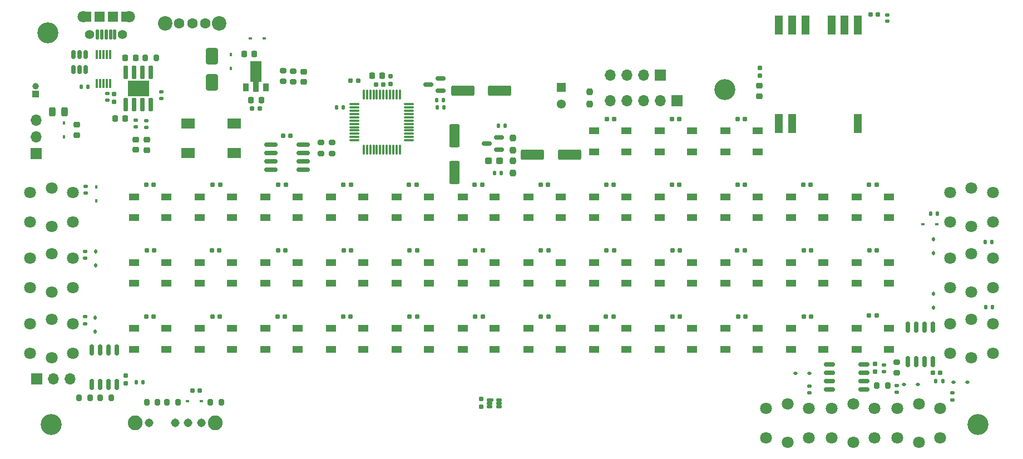
<source format=gts>
G04 #@! TF.GenerationSoftware,KiCad,Pcbnew,7.0.1-3b83917a11~172~ubuntu22.04.1*
G04 #@! TF.CreationDate,2023-04-04T19:30:22-06:00*
G04 #@! TF.ProjectId,controller,636f6e74-726f-46c6-9c65-722e6b696361,rev?*
G04 #@! TF.SameCoordinates,Original*
G04 #@! TF.FileFunction,Soldermask,Top*
G04 #@! TF.FilePolarity,Negative*
%FSLAX46Y46*%
G04 Gerber Fmt 4.6, Leading zero omitted, Abs format (unit mm)*
G04 Created by KiCad (PCBNEW 7.0.1-3b83917a11~172~ubuntu22.04.1) date 2023-04-04 19:30:22*
%MOMM*%
%LPD*%
G01*
G04 APERTURE LIST*
G04 Aperture macros list*
%AMRoundRect*
0 Rectangle with rounded corners*
0 $1 Rounding radius*
0 $2 $3 $4 $5 $6 $7 $8 $9 X,Y pos of 4 corners*
0 Add a 4 corners polygon primitive as box body*
4,1,4,$2,$3,$4,$5,$6,$7,$8,$9,$2,$3,0*
0 Add four circle primitives for the rounded corners*
1,1,$1+$1,$2,$3*
1,1,$1+$1,$4,$5*
1,1,$1+$1,$6,$7*
1,1,$1+$1,$8,$9*
0 Add four rect primitives between the rounded corners*
20,1,$1+$1,$2,$3,$4,$5,0*
20,1,$1+$1,$4,$5,$6,$7,0*
20,1,$1+$1,$6,$7,$8,$9,0*
20,1,$1+$1,$8,$9,$2,$3,0*%
%AMFreePoly0*
4,1,9,3.862500,-0.866500,0.737500,-0.866500,0.737500,-0.450000,-0.737500,-0.450000,-0.737500,0.450000,0.737500,0.450000,0.737500,0.866500,3.862500,0.866500,3.862500,-0.866500,3.862500,-0.866500,$1*%
G04 Aperture macros list end*
%ADD10RoundRect,0.135000X-0.135000X-0.185000X0.135000X-0.185000X0.135000X0.185000X-0.135000X0.185000X0*%
%ADD11RoundRect,0.135000X-0.185000X0.135000X-0.185000X-0.135000X0.185000X-0.135000X0.185000X0.135000X0*%
%ADD12RoundRect,0.135000X0.135000X0.185000X-0.135000X0.185000X-0.135000X-0.185000X0.135000X-0.185000X0*%
%ADD13RoundRect,0.200000X0.275000X-0.200000X0.275000X0.200000X-0.275000X0.200000X-0.275000X-0.200000X0*%
%ADD14RoundRect,0.042000X-0.258000X0.943000X-0.258000X-0.943000X0.258000X-0.943000X0.258000X0.943000X0*%
%ADD15R,3.302000X2.413000*%
%ADD16RoundRect,0.155000X-0.155000X0.212500X-0.155000X-0.212500X0.155000X-0.212500X0.155000X0.212500X0*%
%ADD17RoundRect,0.155000X0.155000X-0.212500X0.155000X0.212500X-0.155000X0.212500X-0.155000X-0.212500X0*%
%ADD18RoundRect,0.155000X-0.212500X-0.155000X0.212500X-0.155000X0.212500X0.155000X-0.212500X0.155000X0*%
%ADD19RoundRect,0.225000X0.225000X0.250000X-0.225000X0.250000X-0.225000X-0.250000X0.225000X-0.250000X0*%
%ADD20RoundRect,0.225000X-0.225000X-0.250000X0.225000X-0.250000X0.225000X0.250000X-0.225000X0.250000X0*%
%ADD21RoundRect,0.225000X0.250000X-0.225000X0.250000X0.225000X-0.250000X0.225000X-0.250000X-0.225000X0*%
%ADD22RoundRect,0.225000X-0.250000X0.225000X-0.250000X-0.225000X0.250000X-0.225000X0.250000X0.225000X0*%
%ADD23R,0.450000X0.600000*%
%ADD24R,0.600000X0.450000*%
%ADD25R,1.500000X1.000000*%
%ADD26RoundRect,0.218750X-0.256250X0.218750X-0.256250X-0.218750X0.256250X-0.218750X0.256250X0.218750X0*%
%ADD27RoundRect,0.150000X-0.150000X0.512500X-0.150000X-0.512500X0.150000X-0.512500X0.150000X0.512500X0*%
%ADD28C,3.200000*%
%ADD29R,1.700000X1.700000*%
%ADD30O,1.700000X1.700000*%
%ADD31RoundRect,0.147500X-0.172500X0.147500X-0.172500X-0.147500X0.172500X-0.147500X0.172500X0.147500X0*%
%ADD32RoundRect,0.200000X-0.200000X-0.275000X0.200000X-0.275000X0.200000X0.275000X-0.200000X0.275000X0*%
%ADD33RoundRect,0.200000X0.200000X0.275000X-0.200000X0.275000X-0.200000X-0.275000X0.200000X-0.275000X0*%
%ADD34RoundRect,0.135000X0.185000X-0.135000X0.185000X0.135000X-0.185000X0.135000X-0.185000X-0.135000X0*%
%ADD35C,1.308000*%
%ADD36C,2.250000*%
%ADD37C,1.800000*%
%ADD38R,2.000000X1.500000*%
%ADD39RoundRect,0.243750X0.243750X0.456250X-0.243750X0.456250X-0.243750X-0.456250X0.243750X-0.456250X0*%
%ADD40RoundRect,0.150000X-0.150000X0.675000X-0.150000X-0.675000X0.150000X-0.675000X0.150000X0.675000X0*%
%ADD41RoundRect,0.150000X-0.675000X-0.150000X0.675000X-0.150000X0.675000X0.150000X-0.675000X0.150000X0*%
%ADD42R,0.900000X1.300000*%
%ADD43FreePoly0,90.000000*%
%ADD44R,1.198880X2.999740*%
%ADD45RoundRect,0.250000X1.500000X0.550000X-1.500000X0.550000X-1.500000X-0.550000X1.500000X-0.550000X0*%
%ADD46RoundRect,0.250000X-0.550000X1.500000X-0.550000X-1.500000X0.550000X-1.500000X0.550000X1.500000X0*%
%ADD47RoundRect,0.155000X0.212500X0.155000X-0.212500X0.155000X-0.212500X-0.155000X0.212500X-0.155000X0*%
%ADD48RoundRect,0.237500X0.300000X0.237500X-0.300000X0.237500X-0.300000X-0.237500X0.300000X-0.237500X0*%
%ADD49RoundRect,0.150000X-0.825000X-0.150000X0.825000X-0.150000X0.825000X0.150000X-0.825000X0.150000X0*%
%ADD50RoundRect,0.050000X-0.200000X-0.675000X0.200000X-0.675000X0.200000X0.675000X-0.200000X0.675000X0*%
%ADD51C,1.408000*%
%ADD52R,1.500000X1.550000*%
%ADD53RoundRect,0.075000X-0.075000X0.662500X-0.075000X-0.662500X0.075000X-0.662500X0.075000X0.662500X0*%
%ADD54RoundRect,0.075000X-0.662500X0.075000X-0.662500X-0.075000X0.662500X-0.075000X0.662500X0.075000X0*%
%ADD55RoundRect,0.237500X-0.237500X0.250000X-0.237500X-0.250000X0.237500X-0.250000X0.237500X0.250000X0*%
%ADD56RoundRect,0.112500X0.112500X-0.187500X0.112500X0.187500X-0.112500X0.187500X-0.112500X-0.187500X0*%
%ADD57RoundRect,0.200000X-0.275000X0.200000X-0.275000X-0.200000X0.275000X-0.200000X0.275000X0.200000X0*%
%ADD58RoundRect,0.101600X-0.374650X0.124460X-0.374650X-0.124460X0.374650X-0.124460X0.374650X0.124460X0*%
%ADD59RoundRect,0.101600X-0.299720X0.124460X-0.299720X-0.124460X0.299720X-0.124460X0.299720X0.124460X0*%
%ADD60RoundRect,0.101600X0.299720X-0.124460X0.299720X0.124460X-0.299720X0.124460X-0.299720X-0.124460X0*%
%ADD61R,0.300000X1.400000*%
%ADD62RoundRect,0.150000X0.587500X0.150000X-0.587500X0.150000X-0.587500X-0.150000X0.587500X-0.150000X0*%
%ADD63RoundRect,0.112500X-0.112500X0.187500X-0.112500X-0.187500X0.112500X-0.187500X0.112500X0.187500X0*%
%ADD64RoundRect,0.250000X-0.650000X1.000000X-0.650000X-1.000000X0.650000X-1.000000X0.650000X1.000000X0*%
%ADD65RoundRect,0.112500X-0.187500X-0.112500X0.187500X-0.112500X0.187500X0.112500X-0.187500X0.112500X0*%
%ADD66RoundRect,0.112500X0.187500X0.112500X-0.187500X0.112500X-0.187500X-0.112500X0.187500X-0.112500X0*%
%ADD67R,1.000000X1.000000*%
%ADD68C,1.000000*%
%ADD69C,1.600000*%
%ADD70C,2.200000*%
%ADD71R,1.378000X1.378000*%
%ADD72C,1.378000*%
G04 APERTURE END LIST*
D10*
G04 #@! TO.C,R21*
X93580000Y-103700000D03*
X94600000Y-103700000D03*
G04 #@! TD*
D11*
G04 #@! TO.C,R13*
X161700000Y-143990000D03*
X161700000Y-145010000D03*
G04 #@! TD*
D12*
G04 #@! TO.C,R10*
X170610000Y-146500000D03*
X169590000Y-146500000D03*
G04 #@! TD*
G04 #@! TO.C,R6*
X48910000Y-146600000D03*
X47890000Y-146600000D03*
G04 #@! TD*
G04 #@! TO.C,R46*
X104060000Y-107600000D03*
X103040000Y-107600000D03*
G04 #@! TD*
G04 #@! TO.C,R23*
X103420000Y-114800000D03*
X102400000Y-114800000D03*
G04 #@! TD*
D13*
G04 #@! TO.C,R22*
X71800000Y-100950000D03*
X71800000Y-99300000D03*
G04 #@! TD*
G04 #@! TO.C,R14*
X70200000Y-100850000D03*
X70200000Y-99200000D03*
G04 #@! TD*
D14*
G04 #@! TO.C,U7*
X50110000Y-99450000D03*
X48840000Y-99450000D03*
X47570000Y-99450000D03*
X46300000Y-99450000D03*
X46300000Y-104400000D03*
X47570000Y-104400000D03*
X48840000Y-104400000D03*
X50110000Y-104400000D03*
D15*
X48205000Y-101925000D03*
G04 #@! TD*
D16*
G04 #@! TO.C,C1*
X44500000Y-102800000D03*
X44500000Y-103935000D03*
G04 #@! TD*
D17*
G04 #@! TO.C,C3*
X46300000Y-146767500D03*
X46300000Y-145632500D03*
G04 #@! TD*
D18*
G04 #@! TO.C,C5*
X169100000Y-145200000D03*
X170235000Y-145200000D03*
G04 #@! TD*
D16*
G04 #@! TO.C,C6*
X160300000Y-143865000D03*
X160300000Y-145000000D03*
G04 #@! TD*
D18*
G04 #@! TO.C,C7*
X70225000Y-109095000D03*
X71360000Y-109095000D03*
G04 #@! TD*
D19*
G04 #@! TO.C,C9*
X85300000Y-100000000D03*
X83750000Y-100000000D03*
G04 #@! TD*
D20*
G04 #@! TO.C,C11*
X64300000Y-96700000D03*
X65850000Y-96700000D03*
G04 #@! TD*
D21*
G04 #@! TO.C,C12*
X38800000Y-109000000D03*
X38800000Y-107450000D03*
G04 #@! TD*
D22*
G04 #@! TO.C,C13*
X73400000Y-99350000D03*
X73400000Y-100900000D03*
G04 #@! TD*
D20*
G04 #@! TO.C,C14*
X65350000Y-103700000D03*
X66900000Y-103700000D03*
G04 #@! TD*
D17*
G04 #@! TO.C,C15*
X142800000Y-99967500D03*
X142800000Y-98832500D03*
G04 #@! TD*
D21*
G04 #@! TO.C,C16*
X142700000Y-103075000D03*
X142700000Y-101525000D03*
G04 #@! TD*
D19*
G04 #@! TO.C,C17*
X47775000Y-97300000D03*
X46225000Y-97300000D03*
G04 #@! TD*
D20*
G04 #@! TO.C,C18*
X44650000Y-106500000D03*
X46200000Y-106500000D03*
G04 #@! TD*
D18*
G04 #@! TO.C,C19*
X159632500Y-90700000D03*
X160767500Y-90700000D03*
G04 #@! TD*
D23*
G04 #@! TO.C,D1*
X41800000Y-119050000D03*
X41800000Y-116950000D03*
G04 #@! TD*
D24*
G04 #@! TO.C,D2*
X57750000Y-149500000D03*
X55650000Y-149500000D03*
G04 #@! TD*
G04 #@! TO.C,D4*
X169700000Y-122600000D03*
X167600000Y-122600000D03*
G04 #@! TD*
D25*
G04 #@! TO.C,D5*
X52450000Y-121600000D03*
X52450000Y-118400000D03*
X47550000Y-118400000D03*
X47550000Y-121600000D03*
G04 #@! TD*
G04 #@! TO.C,D6*
X157550000Y-128400000D03*
X157550000Y-131600000D03*
X162450000Y-131600000D03*
X162450000Y-128400000D03*
G04 #@! TD*
G04 #@! TO.C,D7*
X52450000Y-141600000D03*
X52450000Y-138400000D03*
X47550000Y-138400000D03*
X47550000Y-141600000D03*
G04 #@! TD*
G04 #@! TO.C,D10*
X62450000Y-141600000D03*
X62450000Y-138400000D03*
X57550000Y-138400000D03*
X57550000Y-141600000D03*
G04 #@! TD*
G04 #@! TO.C,D11*
X72450000Y-121600000D03*
X72450000Y-118400000D03*
X67550000Y-118400000D03*
X67550000Y-121600000D03*
G04 #@! TD*
G04 #@! TO.C,D13*
X72450000Y-141600000D03*
X72450000Y-138400000D03*
X67550000Y-138400000D03*
X67550000Y-141600000D03*
G04 #@! TD*
G04 #@! TO.C,D17*
X92450000Y-121600000D03*
X92450000Y-118400000D03*
X87550000Y-118400000D03*
X87550000Y-121600000D03*
G04 #@! TD*
G04 #@! TO.C,D19*
X92450000Y-141600000D03*
X92450000Y-138400000D03*
X87550000Y-138400000D03*
X87550000Y-141600000D03*
G04 #@! TD*
G04 #@! TO.C,D20*
X102450000Y-121600000D03*
X102450000Y-118400000D03*
X97550000Y-118400000D03*
X97550000Y-121600000D03*
G04 #@! TD*
G04 #@! TO.C,D22*
X102450000Y-141600000D03*
X102450000Y-138400000D03*
X97550000Y-138400000D03*
X97550000Y-141600000D03*
G04 #@! TD*
G04 #@! TO.C,D23*
X112450000Y-121600000D03*
X112450000Y-118400000D03*
X107550000Y-118400000D03*
X107550000Y-121600000D03*
G04 #@! TD*
G04 #@! TO.C,D24*
X97550000Y-128400000D03*
X97550000Y-131600000D03*
X102450000Y-131600000D03*
X102450000Y-128400000D03*
G04 #@! TD*
G04 #@! TO.C,D25*
X112450000Y-141600000D03*
X112450000Y-138400000D03*
X107550000Y-138400000D03*
X107550000Y-141600000D03*
G04 #@! TD*
D23*
G04 #@! TO.C,D26*
X36900000Y-107200000D03*
X36900000Y-109300000D03*
G04 #@! TD*
D25*
G04 #@! TO.C,D27*
X122450000Y-121600000D03*
X122450000Y-118400000D03*
X117550000Y-118400000D03*
X117550000Y-121600000D03*
G04 #@! TD*
G04 #@! TO.C,D28*
X87550000Y-128400000D03*
X87550000Y-131600000D03*
X92450000Y-131600000D03*
X92450000Y-128400000D03*
G04 #@! TD*
G04 #@! TO.C,D29*
X122450000Y-141600000D03*
X122450000Y-138400000D03*
X117550000Y-138400000D03*
X117550000Y-141600000D03*
G04 #@! TD*
D23*
G04 #@! TO.C,D30*
X62300000Y-96750000D03*
X62300000Y-98850000D03*
G04 #@! TD*
D24*
G04 #@! TO.C,D31*
X67350000Y-94300000D03*
X65250000Y-94300000D03*
G04 #@! TD*
D25*
G04 #@! TO.C,D32*
X132450000Y-121600000D03*
X132450000Y-118400000D03*
X127550000Y-118400000D03*
X127550000Y-121600000D03*
G04 #@! TD*
G04 #@! TO.C,D33*
X77550000Y-128400000D03*
X77550000Y-131600000D03*
X82450000Y-131600000D03*
X82450000Y-128400000D03*
G04 #@! TD*
G04 #@! TO.C,D34*
X132450000Y-141600000D03*
X132450000Y-138400000D03*
X127550000Y-138400000D03*
X127550000Y-141600000D03*
G04 #@! TD*
D26*
G04 #@! TO.C,D35*
X47800000Y-109700000D03*
X47800000Y-111275000D03*
G04 #@! TD*
D25*
G04 #@! TO.C,D36*
X142450000Y-121600000D03*
X142450000Y-118400000D03*
X137550000Y-118400000D03*
X137550000Y-121600000D03*
G04 #@! TD*
G04 #@! TO.C,D38*
X142450000Y-141600000D03*
X142450000Y-138400000D03*
X137550000Y-138400000D03*
X137550000Y-141600000D03*
G04 #@! TD*
D26*
G04 #@! TO.C,D39*
X49500000Y-109712500D03*
X49500000Y-111287500D03*
G04 #@! TD*
D25*
G04 #@! TO.C,D40*
X152450000Y-121600000D03*
X152450000Y-118400000D03*
X147550000Y-118400000D03*
X147550000Y-121600000D03*
G04 #@! TD*
G04 #@! TO.C,D41*
X57550000Y-128400000D03*
X57550000Y-131600000D03*
X62450000Y-131600000D03*
X62450000Y-128400000D03*
G04 #@! TD*
G04 #@! TO.C,D42*
X152450000Y-141600000D03*
X152450000Y-138400000D03*
X147550000Y-138400000D03*
X147550000Y-141600000D03*
G04 #@! TD*
G04 #@! TO.C,D43*
X162450000Y-121600000D03*
X162450000Y-118400000D03*
X157550000Y-118400000D03*
X157550000Y-121600000D03*
G04 #@! TD*
G04 #@! TO.C,D44*
X47550000Y-128400000D03*
X47550000Y-131600000D03*
X52450000Y-131600000D03*
X52450000Y-128400000D03*
G04 #@! TD*
G04 #@! TO.C,D45*
X162450000Y-141600000D03*
X162450000Y-138400000D03*
X157550000Y-138400000D03*
X157550000Y-141600000D03*
G04 #@! TD*
D27*
G04 #@! TO.C,D46*
X40200000Y-96762500D03*
X39250000Y-96762500D03*
X38300000Y-96762500D03*
X38300000Y-99037500D03*
X39250000Y-99037500D03*
X40200000Y-99037500D03*
G04 #@! TD*
D28*
G04 #@! TO.C,H1*
X34400000Y-93500000D03*
G04 #@! TD*
G04 #@! TO.C,H2*
X137500000Y-102100000D03*
G04 #@! TD*
G04 #@! TO.C,H3*
X176000000Y-153100000D03*
G04 #@! TD*
G04 #@! TO.C,H4*
X34900000Y-153100000D03*
G04 #@! TD*
D29*
G04 #@! TO.C,J1*
X130160000Y-103800000D03*
D30*
X127620000Y-103800000D03*
X125080000Y-103800000D03*
X122540000Y-103800000D03*
X120000000Y-103800000D03*
G04 #@! TD*
D29*
G04 #@! TO.C,J3*
X127600000Y-99900000D03*
D30*
X125060000Y-99900000D03*
X122520000Y-99900000D03*
X119980000Y-99900000D03*
G04 #@! TD*
D31*
G04 #@! TO.C,L1*
X162200000Y-90715000D03*
X162200000Y-91685000D03*
G04 #@! TD*
D32*
G04 #@! TO.C,R1*
X42400000Y-149000000D03*
X44050000Y-149000000D03*
G04 #@! TD*
D11*
G04 #@! TO.C,R3*
X40200000Y-116790000D03*
X40200000Y-117810000D03*
G04 #@! TD*
G04 #@! TO.C,R4*
X40100000Y-126700000D03*
X40100000Y-127720000D03*
G04 #@! TD*
G04 #@! TO.C,R5*
X40100000Y-136680000D03*
X40100000Y-137700000D03*
G04 #@! TD*
D13*
G04 #@! TO.C,R7*
X163600000Y-145225000D03*
X163600000Y-143575000D03*
G04 #@! TD*
D32*
G04 #@! TO.C,R8*
X52575000Y-149700000D03*
X54225000Y-149700000D03*
G04 #@! TD*
D33*
G04 #@! TO.C,R9*
X51125000Y-149700000D03*
X49475000Y-149700000D03*
G04 #@! TD*
D12*
G04 #@! TO.C,R12*
X94710000Y-104800000D03*
X93690000Y-104800000D03*
G04 #@! TD*
D11*
G04 #@! TO.C,R19*
X163600000Y-147100000D03*
X163600000Y-148120000D03*
G04 #@! TD*
G04 #@! TO.C,R20*
X150300000Y-147190000D03*
X150300000Y-148210000D03*
G04 #@! TD*
D32*
G04 #@! TO.C,R25*
X160600000Y-147100000D03*
X162250000Y-147100000D03*
G04 #@! TD*
D34*
G04 #@! TO.C,R31*
X47800000Y-107810000D03*
X47800000Y-106790000D03*
G04 #@! TD*
G04 #@! TO.C,R32*
X49400000Y-107835000D03*
X49400000Y-106815000D03*
G04 #@! TD*
D32*
G04 #@! TO.C,R33*
X49250000Y-97300000D03*
X50900000Y-97300000D03*
G04 #@! TD*
D35*
G04 #@! TO.C,S1*
X49800000Y-152850000D03*
X53800000Y-152850000D03*
X55800000Y-152850000D03*
X57800000Y-152850000D03*
D36*
X47700000Y-152850000D03*
X59900000Y-152850000D03*
G04 #@! TD*
D37*
G04 #@! TO.C,SW1*
X38250000Y-117750000D03*
X38250000Y-122250000D03*
X31750000Y-117750000D03*
X31750000Y-122250000D03*
X35000000Y-117100000D03*
X35000000Y-122900000D03*
G04 #@! TD*
G04 #@! TO.C,SW2*
X38250000Y-127750000D03*
X38250000Y-132250000D03*
X31750000Y-127750000D03*
X31750000Y-132250000D03*
X35000000Y-127100000D03*
X35000000Y-132900000D03*
G04 #@! TD*
G04 #@! TO.C,SW3*
X38250000Y-137750000D03*
X38250000Y-142250000D03*
X31750000Y-137750000D03*
X31750000Y-142250000D03*
X35000000Y-137100000D03*
X35000000Y-142900000D03*
G04 #@! TD*
G04 #@! TO.C,SW4*
X178250000Y-117750000D03*
X178250000Y-122250000D03*
X171750000Y-117750000D03*
X171750000Y-122250000D03*
X175000000Y-117100000D03*
X175000000Y-122900000D03*
G04 #@! TD*
G04 #@! TO.C,SW5*
X178250000Y-127750000D03*
X178250000Y-132250000D03*
X171750000Y-127750000D03*
X171750000Y-132250000D03*
X175000000Y-127100000D03*
X175000000Y-132900000D03*
G04 #@! TD*
G04 #@! TO.C,SW6*
X178250000Y-137750000D03*
X178250000Y-142250000D03*
X171750000Y-137750000D03*
X171750000Y-142250000D03*
X175000000Y-137100000D03*
X175000000Y-142900000D03*
G04 #@! TD*
G04 #@! TO.C,SW7*
X170250000Y-150600000D03*
X170250000Y-155100000D03*
X163750000Y-150600000D03*
X163750000Y-155100000D03*
X167000000Y-149950000D03*
X167000000Y-155750000D03*
G04 #@! TD*
G04 #@! TO.C,SW8*
X160250000Y-150600000D03*
X160250000Y-155100000D03*
X153750000Y-150600000D03*
X153750000Y-155100000D03*
X157000000Y-149950000D03*
X157000000Y-155750000D03*
G04 #@! TD*
G04 #@! TO.C,SW9*
X150250000Y-150600000D03*
X150250000Y-155100000D03*
X143750000Y-150600000D03*
X143750000Y-155100000D03*
X147000000Y-149950000D03*
X147000000Y-155750000D03*
G04 #@! TD*
D38*
G04 #@! TO.C,SW10*
X55800000Y-107250000D03*
X62800000Y-107250000D03*
X55800000Y-111750000D03*
X62800000Y-111750000D03*
G04 #@! TD*
D39*
G04 #@! TO.C,TH1*
X36937500Y-105500000D03*
X35062500Y-105500000D03*
G04 #@! TD*
D40*
G04 #@! TO.C,U1*
X44900000Y-141750000D03*
X43630000Y-141750000D03*
X42360000Y-141750000D03*
X41090000Y-141750000D03*
X41090000Y-147000000D03*
X42360000Y-147000000D03*
X43630000Y-147000000D03*
X44900000Y-147000000D03*
G04 #@! TD*
G04 #@! TO.C,U3*
X169105000Y-138275000D03*
X167835000Y-138275000D03*
X166565000Y-138275000D03*
X165295000Y-138275000D03*
X165295000Y-143525000D03*
X166565000Y-143525000D03*
X167835000Y-143525000D03*
X169105000Y-143525000D03*
G04 #@! TD*
D41*
G04 #@! TO.C,U4*
X153400000Y-143895000D03*
X153400000Y-145165000D03*
X153400000Y-146435000D03*
X153400000Y-147705000D03*
X158650000Y-147705000D03*
X158650000Y-146435000D03*
X158650000Y-145165000D03*
X158650000Y-143895000D03*
G04 #@! TD*
D42*
G04 #@! TO.C,U5*
X64600000Y-101787500D03*
D43*
X66100000Y-101700000D03*
D42*
X67600000Y-101787500D03*
G04 #@! TD*
D44*
G04 #@! TO.C,U6*
X157699480Y-92301920D03*
X155697960Y-92301920D03*
X153698980Y-92301920D03*
X149701020Y-92301920D03*
X147702040Y-92301920D03*
X145700520Y-92301920D03*
X145700520Y-107298080D03*
X147702040Y-107298080D03*
X157699480Y-107298080D03*
G04 #@! TD*
D25*
G04 #@! TO.C,D47*
X142450000Y-111600000D03*
X142450000Y-108400000D03*
X137550000Y-108400000D03*
X137550000Y-111600000D03*
G04 #@! TD*
G04 #@! TO.C,D48*
X132450000Y-111600000D03*
X132450000Y-108400000D03*
X127550000Y-108400000D03*
X127550000Y-111600000D03*
G04 #@! TD*
G04 #@! TO.C,D49*
X122450000Y-111600000D03*
X122450000Y-108400000D03*
X117550000Y-108400000D03*
X117550000Y-111600000D03*
G04 #@! TD*
G04 #@! TO.C,D8*
X62450000Y-121600000D03*
X62450000Y-118400000D03*
X57550000Y-118400000D03*
X57550000Y-121600000D03*
G04 #@! TD*
G04 #@! TO.C,D14*
X82450000Y-121600000D03*
X82450000Y-118400000D03*
X77550000Y-118400000D03*
X77550000Y-121600000D03*
G04 #@! TD*
G04 #@! TO.C,D16*
X82450000Y-141600000D03*
X82450000Y-138400000D03*
X77550000Y-138400000D03*
X77550000Y-141600000D03*
G04 #@! TD*
G04 #@! TO.C,D37*
X67550000Y-128400000D03*
X67550000Y-131600000D03*
X72450000Y-131600000D03*
X72450000Y-128400000D03*
G04 #@! TD*
G04 #@! TO.C,D12*
X137550000Y-128400000D03*
X137550000Y-131600000D03*
X142450000Y-131600000D03*
X142450000Y-128400000D03*
G04 #@! TD*
G04 #@! TO.C,D21*
X107550000Y-128400000D03*
X107550000Y-131600000D03*
X112450000Y-131600000D03*
X112450000Y-128400000D03*
G04 #@! TD*
G04 #@! TO.C,D18*
X117550000Y-128400000D03*
X117550000Y-131600000D03*
X122450000Y-131600000D03*
X122450000Y-128400000D03*
G04 #@! TD*
G04 #@! TO.C,D9*
X147550000Y-128400000D03*
X147550000Y-131600000D03*
X152450000Y-131600000D03*
X152450000Y-128400000D03*
G04 #@! TD*
G04 #@! TO.C,D15*
X127550000Y-128400000D03*
X127550000Y-131600000D03*
X132450000Y-131600000D03*
X132450000Y-128400000D03*
G04 #@! TD*
D45*
G04 #@! TO.C,C21*
X113800000Y-112000000D03*
X108200000Y-112000000D03*
G04 #@! TD*
D46*
G04 #@! TO.C,C22*
X96337500Y-109100000D03*
X96337500Y-114700000D03*
G04 #@! TD*
D47*
G04 #@! TO.C,C23*
X85500000Y-101300000D03*
X84365000Y-101300000D03*
G04 #@! TD*
D48*
G04 #@! TO.C,C24*
X103162500Y-112900000D03*
X101437500Y-112900000D03*
G04 #@! TD*
D49*
G04 #@! TO.C,U2*
X68350000Y-110490000D03*
X68350000Y-111760000D03*
X68350000Y-113030000D03*
X68350000Y-114300000D03*
X73300000Y-114300000D03*
X73300000Y-113030000D03*
X73300000Y-111760000D03*
X73300000Y-110490000D03*
G04 #@! TD*
D50*
G04 #@! TO.C,J4*
X44600000Y-93675000D03*
X43950000Y-93675000D03*
X43300000Y-93675000D03*
X42650000Y-93675000D03*
X42000000Y-93675000D03*
D51*
X45800000Y-93700000D03*
X40800000Y-93700000D03*
D37*
X46800000Y-91000000D03*
X39800000Y-91000000D03*
D52*
X44300000Y-91000000D03*
X42300000Y-91000000D03*
X46350000Y-91000000D03*
X40250000Y-91000000D03*
G04 #@! TD*
D18*
G04 #@! TO.C,C10*
X56432500Y-147900000D03*
X57567500Y-147900000D03*
G04 #@! TD*
D47*
G04 #@! TO.C,C25*
X66667500Y-105000000D03*
X65532500Y-105000000D03*
G04 #@! TD*
D32*
G04 #@! TO.C,R2*
X59175000Y-149700000D03*
X60825000Y-149700000D03*
G04 #@! TD*
D12*
G04 #@! TO.C,R15*
X40510000Y-101700000D03*
X39490000Y-101700000D03*
G04 #@! TD*
D32*
G04 #@! TO.C,R35*
X39175000Y-149000000D03*
X40825000Y-149000000D03*
G04 #@! TD*
D47*
G04 #@! TO.C,C61*
X100535000Y-116600000D03*
X99400000Y-116600000D03*
G04 #@! TD*
G04 #@! TO.C,C62*
X140535000Y-106600000D03*
X139400000Y-106600000D03*
G04 #@! TD*
G04 #@! TO.C,C36*
X110600000Y-136600000D03*
X109465000Y-136600000D03*
G04 #@! TD*
G04 #@! TO.C,C26*
X81635000Y-100700000D03*
X80500000Y-100700000D03*
G04 #@! TD*
D18*
G04 #@! TO.C,C32*
X129465000Y-126600000D03*
X130600000Y-126600000D03*
G04 #@! TD*
D53*
G04 #@! TO.C,U8*
X88000000Y-102900000D03*
X87500000Y-102900000D03*
X87000000Y-102900000D03*
X86500000Y-102900000D03*
X86000000Y-102900000D03*
X85500000Y-102900000D03*
X85000000Y-102900000D03*
X84500000Y-102900000D03*
X84000000Y-102900000D03*
X83500000Y-102900000D03*
X83000000Y-102900000D03*
X82500000Y-102900000D03*
D54*
X81087500Y-104312500D03*
X81087500Y-104812500D03*
X81087500Y-105312500D03*
X81087500Y-105812500D03*
X81087500Y-106312500D03*
X81087500Y-106812500D03*
X81087500Y-107312500D03*
X81087500Y-107812500D03*
X81087500Y-108312500D03*
X81087500Y-108812500D03*
X81087500Y-109312500D03*
X81087500Y-109812500D03*
D53*
X82500000Y-111225000D03*
X83000000Y-111225000D03*
X83500000Y-111225000D03*
X84000000Y-111225000D03*
X84500000Y-111225000D03*
X85000000Y-111225000D03*
X85500000Y-111225000D03*
X86000000Y-111225000D03*
X86500000Y-111225000D03*
X87000000Y-111225000D03*
X87500000Y-111225000D03*
X88000000Y-111225000D03*
D54*
X89412500Y-109812500D03*
X89412500Y-109312500D03*
X89412500Y-108812500D03*
X89412500Y-108312500D03*
X89412500Y-107812500D03*
X89412500Y-107312500D03*
X89412500Y-106812500D03*
X89412500Y-106312500D03*
X89412500Y-105812500D03*
X89412500Y-105312500D03*
X89412500Y-104812500D03*
X89412500Y-104312500D03*
G04 #@! TD*
D10*
G04 #@! TO.C,R38*
X78380000Y-104800000D03*
X79400000Y-104800000D03*
G04 #@! TD*
D47*
G04 #@! TO.C,C67*
X110535000Y-116600000D03*
X109400000Y-116600000D03*
G04 #@! TD*
D55*
G04 #@! TO.C,R42*
X116900000Y-102475000D03*
X116900000Y-104300000D03*
G04 #@! TD*
D47*
G04 #@! TO.C,C41*
X160535000Y-136500000D03*
X159400000Y-136500000D03*
G04 #@! TD*
D18*
G04 #@! TO.C,C44*
X69465000Y-126600000D03*
X70600000Y-126600000D03*
G04 #@! TD*
D56*
G04 #@! TO.C,D54*
X169200000Y-127000000D03*
X169200000Y-124900000D03*
G04 #@! TD*
D18*
G04 #@! TO.C,C51*
X59365000Y-126600000D03*
X60500000Y-126600000D03*
G04 #@! TD*
D57*
G04 #@! TO.C,R40*
X76000000Y-110175000D03*
X76000000Y-111825000D03*
G04 #@! TD*
D47*
G04 #@! TO.C,C48*
X120635000Y-106600000D03*
X119500000Y-106600000D03*
G04 #@! TD*
G04 #@! TO.C,C42*
X70500000Y-136600000D03*
X69365000Y-136600000D03*
G04 #@! TD*
D11*
G04 #@! TO.C,R39*
X43500000Y-102700000D03*
X43500000Y-103720000D03*
G04 #@! TD*
D47*
G04 #@! TO.C,C60*
X120535000Y-116600000D03*
X119400000Y-116600000D03*
G04 #@! TD*
D17*
G04 #@! TO.C,C27*
X86600000Y-101235000D03*
X86600000Y-100100000D03*
G04 #@! TD*
D47*
G04 #@! TO.C,C64*
X150600000Y-136600000D03*
X149465000Y-136600000D03*
G04 #@! TD*
G04 #@! TO.C,C53*
X130535000Y-116600000D03*
X129400000Y-116600000D03*
G04 #@! TD*
D58*
G04 #@! TO.C,U9*
X101735880Y-149330520D03*
D59*
X101659680Y-149828360D03*
X101659680Y-150326200D03*
D60*
X103097320Y-150326200D03*
D59*
X103097320Y-149828360D03*
X103097320Y-149330520D03*
G04 #@! TD*
D47*
G04 #@! TO.C,C59*
X150535000Y-116600000D03*
X149400000Y-116600000D03*
G04 #@! TD*
G04 #@! TO.C,C50*
X130600000Y-136600000D03*
X129465000Y-136600000D03*
G04 #@! TD*
G04 #@! TO.C,C46*
X160535000Y-116600000D03*
X159400000Y-116600000D03*
G04 #@! TD*
D61*
G04 #@! TO.C,U10*
X43900000Y-96800000D03*
X43400000Y-96800000D03*
X42900000Y-96800000D03*
X42400000Y-96800000D03*
X41900000Y-96800000D03*
X41900000Y-101200000D03*
X42400000Y-101200000D03*
X42900000Y-101200000D03*
X43400000Y-101200000D03*
X43900000Y-101200000D03*
G04 #@! TD*
D17*
G04 #@! TO.C,C20*
X100400000Y-150335000D03*
X100400000Y-149200000D03*
G04 #@! TD*
D47*
G04 #@! TO.C,C63*
X100600000Y-136600000D03*
X99465000Y-136600000D03*
G04 #@! TD*
D45*
G04 #@! TO.C,C28*
X103200000Y-102300000D03*
X97600000Y-102300000D03*
G04 #@! TD*
D18*
G04 #@! TO.C,C39*
X139365000Y-126600000D03*
X140500000Y-126600000D03*
G04 #@! TD*
G04 #@! TO.C,C58*
X49465000Y-126600000D03*
X50600000Y-126600000D03*
G04 #@! TD*
D47*
G04 #@! TO.C,C65*
X50535000Y-136600000D03*
X49400000Y-136600000D03*
G04 #@! TD*
D10*
G04 #@! TO.C,R17*
X177090000Y-125300000D03*
X178110000Y-125300000D03*
G04 #@! TD*
D47*
G04 #@! TO.C,C35*
X60600000Y-136600000D03*
X59465000Y-136600000D03*
G04 #@! TD*
D62*
G04 #@! TO.C,Q1*
X103075000Y-111250000D03*
X103075000Y-109350000D03*
X101200000Y-110300000D03*
G04 #@! TD*
D47*
G04 #@! TO.C,C33*
X60635000Y-116600000D03*
X59500000Y-116600000D03*
G04 #@! TD*
G04 #@! TO.C,C40*
X70635000Y-116600000D03*
X69500000Y-116600000D03*
G04 #@! TD*
G04 #@! TO.C,C49*
X80500000Y-136600000D03*
X79365000Y-136600000D03*
G04 #@! TD*
D18*
G04 #@! TO.C,C31*
X109465000Y-126600000D03*
X110600000Y-126600000D03*
G04 #@! TD*
D47*
G04 #@! TO.C,C47*
X80535000Y-116600000D03*
X79400000Y-116600000D03*
G04 #@! TD*
G04 #@! TO.C,C57*
X140600000Y-136600000D03*
X139465000Y-136600000D03*
G04 #@! TD*
D18*
G04 #@! TO.C,C29*
X79465000Y-126600000D03*
X80600000Y-126600000D03*
G04 #@! TD*
D11*
G04 #@! TO.C,R16*
X172100000Y-148280000D03*
X172100000Y-149300000D03*
G04 #@! TD*
G04 #@! TO.C,R36*
X51700000Y-102465000D03*
X51700000Y-103485000D03*
G04 #@! TD*
D63*
G04 #@! TO.C,D55*
X169200000Y-133200000D03*
X169200000Y-135300000D03*
G04 #@! TD*
D47*
G04 #@! TO.C,C43*
X120500000Y-136600000D03*
X119365000Y-136600000D03*
G04 #@! TD*
D64*
G04 #@! TO.C,D52*
X59400000Y-97000000D03*
X59400000Y-101000000D03*
G04 #@! TD*
D62*
G04 #@! TO.C,Q2*
X94200000Y-102300000D03*
X94200000Y-100400000D03*
X92325000Y-101350000D03*
G04 #@! TD*
D47*
G04 #@! TO.C,C55*
X130535000Y-106600000D03*
X129400000Y-106600000D03*
G04 #@! TD*
D55*
G04 #@! TO.C,R44*
X105237500Y-112975000D03*
X105237500Y-114800000D03*
G04 #@! TD*
D18*
G04 #@! TO.C,C38*
X119465000Y-126600000D03*
X120600000Y-126600000D03*
G04 #@! TD*
D47*
G04 #@! TO.C,C56*
X90600000Y-136600000D03*
X89465000Y-136600000D03*
G04 #@! TD*
D56*
G04 #@! TO.C,D50*
X41700000Y-128850000D03*
X41700000Y-126750000D03*
G04 #@! TD*
D47*
G04 #@! TO.C,C54*
X90535000Y-116600000D03*
X89400000Y-116600000D03*
G04 #@! TD*
D55*
G04 #@! TO.C,R43*
X105237500Y-109487500D03*
X105237500Y-111312500D03*
G04 #@! TD*
D56*
G04 #@! TO.C,D51*
X41600000Y-138900000D03*
X41600000Y-136800000D03*
G04 #@! TD*
D18*
G04 #@! TO.C,C30*
X89465000Y-126600000D03*
X90600000Y-126600000D03*
G04 #@! TD*
D10*
G04 #@! TO.C,R11*
X168780000Y-121000000D03*
X169800000Y-121000000D03*
G04 #@! TD*
D65*
G04 #@! TO.C,D57*
X148200000Y-145300000D03*
X150300000Y-145300000D03*
G04 #@! TD*
D57*
G04 #@! TO.C,R41*
X77700000Y-110175000D03*
X77700000Y-111825000D03*
G04 #@! TD*
D18*
G04 #@! TO.C,C45*
X149465000Y-126600000D03*
X150600000Y-126600000D03*
G04 #@! TD*
G04 #@! TO.C,C52*
X159465000Y-126600000D03*
X160600000Y-126600000D03*
G04 #@! TD*
D66*
G04 #@! TO.C,D56*
X166800000Y-147000000D03*
X164700000Y-147000000D03*
G04 #@! TD*
D10*
G04 #@! TO.C,R18*
X177190000Y-135200000D03*
X178210000Y-135200000D03*
G04 #@! TD*
D18*
G04 #@! TO.C,C37*
X99465000Y-126600000D03*
X100600000Y-126600000D03*
G04 #@! TD*
D47*
G04 #@! TO.C,C34*
X50535000Y-116600000D03*
X49400000Y-116600000D03*
G04 #@! TD*
D66*
G04 #@! TO.C,D53*
X174400000Y-146600000D03*
X172300000Y-146600000D03*
G04 #@! TD*
D47*
G04 #@! TO.C,C66*
X140535000Y-116600000D03*
X139400000Y-116600000D03*
G04 #@! TD*
D29*
G04 #@! TO.C,J2*
X32625000Y-111825000D03*
D30*
X32625000Y-109285000D03*
X32625000Y-106745000D03*
G04 #@! TD*
D29*
G04 #@! TO.C,J5*
X32720000Y-146100000D03*
D30*
X35260000Y-146100000D03*
X37800000Y-146100000D03*
G04 #@! TD*
D67*
G04 #@! TO.C,J6*
X32600000Y-102800000D03*
D68*
X32600000Y-101550000D03*
G04 #@! TD*
D69*
G04 #@! TO.C,SW11*
X54400000Y-92042500D03*
X56400000Y-92042500D03*
X58400000Y-92042500D03*
D70*
X52300000Y-92042500D03*
X60500000Y-92042500D03*
G04 #@! TD*
D71*
G04 #@! TO.C,MK1*
X112600000Y-101730000D03*
D72*
X112600000Y-104270000D03*
G04 #@! TD*
M02*

</source>
